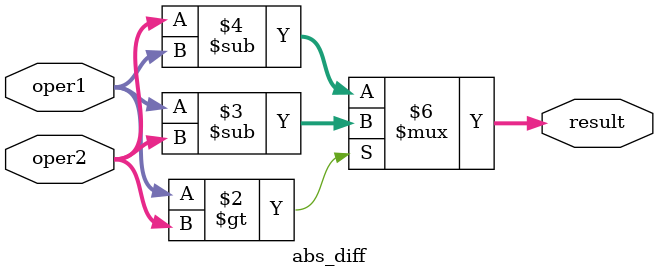
<source format=v>
module abs_diff(input 		[9:0] oper1,
				input 		[9:0] oper2,
				output reg 	[9:0] result
				);

	always @(*) begin
		if (oper1>oper2) begin
			result = (oper1-oper2);
		end
		else begin
			result = (oper2-oper1);
		end

	end

endmodule
</source>
